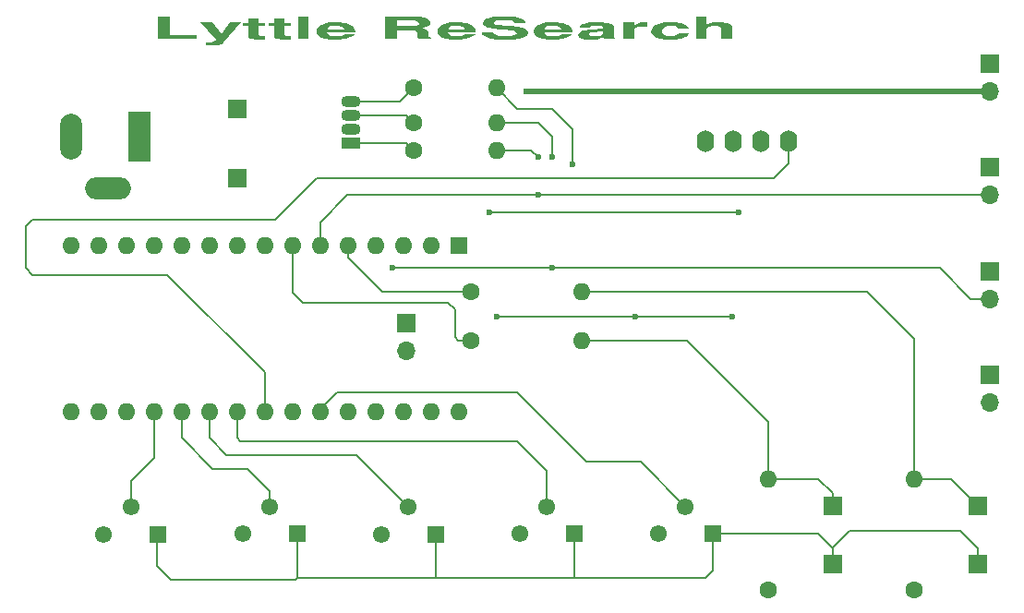
<source format=gbr>
%TF.GenerationSoftware,KiCad,Pcbnew,8.0.4-8.0.4-0~ubuntu22.04.1*%
%TF.CreationDate,2024-09-15T12:59:40-04:00*%
%TF.ProjectId,RonsEcono15,526f6e73-4563-46f6-9e6f-31352e6b6963,rev?*%
%TF.SameCoordinates,Original*%
%TF.FileFunction,Copper,L1,Top*%
%TF.FilePolarity,Positive*%
%FSLAX46Y46*%
G04 Gerber Fmt 4.6, Leading zero omitted, Abs format (unit mm)*
G04 Created by KiCad (PCBNEW 8.0.4-8.0.4-0~ubuntu22.04.1) date 2024-09-15 12:59:40*
%MOMM*%
%LPD*%
G01*
G04 APERTURE LIST*
%ADD10C,0.300000*%
%TA.AperFunction,NonConductor*%
%ADD11C,0.300000*%
%TD*%
%TA.AperFunction,ComponentPad*%
%ADD12R,1.700000X1.700000*%
%TD*%
%TA.AperFunction,ComponentPad*%
%ADD13O,1.700000X1.700000*%
%TD*%
%TA.AperFunction,ComponentPad*%
%ADD14C,1.600000*%
%TD*%
%TA.AperFunction,ComponentPad*%
%ADD15O,1.600000X1.600000*%
%TD*%
%TA.AperFunction,ComponentPad*%
%ADD16R,2.000000X4.600000*%
%TD*%
%TA.AperFunction,ComponentPad*%
%ADD17O,2.000000X4.200000*%
%TD*%
%TA.AperFunction,ComponentPad*%
%ADD18O,4.200000X2.000000*%
%TD*%
%TA.AperFunction,ComponentPad*%
%ADD19R,1.550000X1.550000*%
%TD*%
%TA.AperFunction,ComponentPad*%
%ADD20C,1.550000*%
%TD*%
%TA.AperFunction,ComponentPad*%
%ADD21O,1.600000X2.000000*%
%TD*%
%TA.AperFunction,ComponentPad*%
%ADD22R,1.600000X1.600000*%
%TD*%
%TA.AperFunction,ComponentPad*%
%ADD23R,1.800000X1.070000*%
%TD*%
%TA.AperFunction,ComponentPad*%
%ADD24O,1.800000X1.070000*%
%TD*%
%TA.AperFunction,ViaPad*%
%ADD25C,0.600000*%
%TD*%
%TA.AperFunction,Conductor*%
%ADD26C,0.200000*%
%TD*%
%TA.AperFunction,Conductor*%
%ADD27C,0.500000*%
%TD*%
G04 APERTURE END LIST*
D10*
D11*
G36*
X107033204Y-49033591D02*
G01*
X107033204Y-50733033D01*
X109487845Y-50733033D01*
X109487845Y-51084743D01*
X105978075Y-51084743D01*
X105978075Y-49033591D01*
X107033204Y-49033591D01*
G37*
G36*
X111231739Y-51158015D02*
G01*
X111231739Y-51146780D01*
X109818794Y-49565552D01*
X110902011Y-49565552D01*
X111738543Y-50670995D01*
X112526226Y-49565552D01*
X113539834Y-49565552D01*
X111977901Y-51363179D01*
X111949813Y-51401281D01*
X111903407Y-51449153D01*
X111847231Y-51497024D01*
X111766631Y-51547338D01*
X111654279Y-51592279D01*
X111495521Y-51637708D01*
X111295242Y-51669948D01*
X111053456Y-51692989D01*
X111035123Y-51693884D01*
X110787094Y-51700396D01*
X110711502Y-51700723D01*
X110467104Y-51694919D01*
X110359792Y-51689488D01*
X110359792Y-51394442D01*
X110606587Y-51410986D01*
X110619911Y-51411051D01*
X110872505Y-51390371D01*
X111055884Y-51337778D01*
X111193099Y-51250794D01*
X111231739Y-51158015D01*
G37*
G36*
X115753895Y-49596327D02*
G01*
X115753895Y-49858155D01*
X115205570Y-49858155D01*
X115205570Y-50685161D01*
X115229899Y-50784843D01*
X115267852Y-50819006D01*
X115504987Y-50851120D01*
X115529192Y-50851246D01*
X115753895Y-50842942D01*
X115753895Y-51118448D01*
X115509640Y-51140537D01*
X115265829Y-51148742D01*
X115184809Y-51149223D01*
X114906876Y-51140505D01*
X114635537Y-51107028D01*
X114432033Y-51048444D01*
X114296364Y-50964753D01*
X114228529Y-50855954D01*
X114220050Y-50792140D01*
X114220050Y-49858155D01*
X113735228Y-49858155D01*
X113735228Y-49596327D01*
X114220050Y-49596327D01*
X114220050Y-49188441D01*
X115205570Y-49188441D01*
X115205570Y-49596327D01*
X115753895Y-49596327D01*
G37*
G36*
X118118166Y-49596327D02*
G01*
X118118166Y-49858155D01*
X117569841Y-49858155D01*
X117569841Y-50685161D01*
X117594170Y-50784843D01*
X117632123Y-50819006D01*
X117869258Y-50851120D01*
X117893463Y-50851246D01*
X118118166Y-50842942D01*
X118118166Y-51118448D01*
X117873911Y-51140537D01*
X117630100Y-51148742D01*
X117549080Y-51149223D01*
X117271147Y-51140505D01*
X116999808Y-51107028D01*
X116796304Y-51048444D01*
X116660635Y-50964753D01*
X116592800Y-50855954D01*
X116584321Y-50792140D01*
X116584321Y-49858155D01*
X116099499Y-49858155D01*
X116099499Y-49596327D01*
X116584321Y-49596327D01*
X116584321Y-49188441D01*
X117569841Y-49188441D01*
X117569841Y-49596327D01*
X118118166Y-49596327D01*
G37*
G36*
X119758257Y-49033591D02*
G01*
X119758257Y-51084743D01*
X118772737Y-51084743D01*
X118772737Y-49033591D01*
X119758257Y-49033591D01*
G37*
G36*
X122503837Y-49546492D02*
G01*
X122724586Y-49562621D01*
X122959365Y-49594251D01*
X123184460Y-49640540D01*
X123199638Y-49644198D01*
X123399894Y-49702088D01*
X123575372Y-49772319D01*
X123620957Y-49794652D01*
X123755731Y-49878707D01*
X123860460Y-49973755D01*
X123912828Y-50036941D01*
X123972720Y-50135220D01*
X124010429Y-50241990D01*
X124025402Y-50345344D01*
X124026400Y-50381323D01*
X124019073Y-50448734D01*
X121472841Y-50448734D01*
X121491064Y-50548683D01*
X121510699Y-50599676D01*
X121585804Y-50692824D01*
X121623051Y-50723263D01*
X121788373Y-50798185D01*
X121862409Y-50816075D01*
X122105490Y-50844506D01*
X122260525Y-50848315D01*
X122518659Y-50836348D01*
X122753225Y-50794273D01*
X122928672Y-50721904D01*
X123012793Y-50656829D01*
X123983658Y-50656829D01*
X123897939Y-50750979D01*
X123762766Y-50847875D01*
X123587903Y-50933352D01*
X123402341Y-50998779D01*
X123343742Y-51015866D01*
X123126590Y-51067828D01*
X122894010Y-51107028D01*
X122646004Y-51133465D01*
X122382570Y-51147139D01*
X122225109Y-51149223D01*
X121980849Y-51144106D01*
X121709854Y-51124460D01*
X121462987Y-51090079D01*
X121240249Y-51040963D01*
X121041640Y-50977113D01*
X120951383Y-50939662D01*
X120793675Y-50855582D01*
X120668596Y-50760510D01*
X120576146Y-50654448D01*
X120524030Y-50557666D01*
X120494573Y-50453253D01*
X120487322Y-50364226D01*
X120498830Y-50248647D01*
X120518469Y-50187394D01*
X121486275Y-50187394D01*
X122999359Y-50187394D01*
X122956252Y-50082215D01*
X122866435Y-49988014D01*
X122769771Y-49931428D01*
X122571953Y-49869652D01*
X122336359Y-49843264D01*
X122232437Y-49841058D01*
X121975506Y-49857631D01*
X121746128Y-49917157D01*
X121601646Y-50004756D01*
X121519572Y-50106222D01*
X121486275Y-50187394D01*
X120518469Y-50187394D01*
X120533356Y-50140963D01*
X120590898Y-50041174D01*
X120690332Y-49931849D01*
X120822910Y-49833892D01*
X120958710Y-49760946D01*
X121147588Y-49685910D01*
X121360681Y-49626399D01*
X121597987Y-49582412D01*
X121859508Y-49553950D01*
X122145244Y-49541013D01*
X122245870Y-49540151D01*
X122503837Y-49546492D01*
G37*
G36*
X129800824Y-49039940D02*
G01*
X130052871Y-49061350D01*
X130221620Y-49087324D01*
X130443714Y-49140459D01*
X130622013Y-49211914D01*
X130650266Y-49228008D01*
X130774220Y-49315447D01*
X130857873Y-49403863D01*
X130907423Y-49499873D01*
X130921376Y-49588022D01*
X130900237Y-49698266D01*
X130836821Y-49796964D01*
X130704916Y-49900165D01*
X130512131Y-49986741D01*
X130304972Y-50046189D01*
X130055535Y-50094094D01*
X130285658Y-50133844D01*
X130337636Y-50143919D01*
X130523260Y-50204491D01*
X130650266Y-50280207D01*
X130703847Y-50377077D01*
X130713770Y-50403793D01*
X130741376Y-50504137D01*
X130751627Y-50581114D01*
X130758497Y-50681549D01*
X130763992Y-50788482D01*
X130766282Y-50840011D01*
X130815923Y-50935917D01*
X130992206Y-51008539D01*
X130992206Y-51084743D01*
X129858920Y-51084743D01*
X129759093Y-50991096D01*
X129729471Y-50944059D01*
X129703797Y-50844110D01*
X129697750Y-50741934D01*
X129697719Y-50733033D01*
X129700605Y-50634151D01*
X129703825Y-50600653D01*
X129711153Y-50516145D01*
X129681467Y-50416956D01*
X129556059Y-50329544D01*
X129338802Y-50284186D01*
X129079141Y-50271471D01*
X129057803Y-50271414D01*
X127847580Y-50271414D01*
X127847580Y-51084743D01*
X126792451Y-51084743D01*
X126792451Y-49919704D01*
X127847580Y-49919704D01*
X129120085Y-49919704D01*
X129373907Y-49912217D01*
X129616802Y-49881798D01*
X129679401Y-49866459D01*
X129819535Y-49784760D01*
X129863327Y-49686780D01*
X129866247Y-49647129D01*
X129840487Y-49543700D01*
X129725998Y-49452170D01*
X129683065Y-49437569D01*
X129450729Y-49398368D01*
X129189569Y-49385760D01*
X129120085Y-49385301D01*
X127847580Y-49385301D01*
X127847580Y-49919704D01*
X126792451Y-49919704D01*
X126792451Y-49033591D01*
X129542625Y-49033591D01*
X129800824Y-49039940D01*
G37*
G36*
X133577808Y-49546492D02*
G01*
X133798557Y-49562621D01*
X134033335Y-49594251D01*
X134258431Y-49640540D01*
X134273609Y-49644198D01*
X134473864Y-49702088D01*
X134649342Y-49772319D01*
X134694928Y-49794652D01*
X134829702Y-49878707D01*
X134934430Y-49973755D01*
X134986798Y-50036941D01*
X135046690Y-50135220D01*
X135084400Y-50241990D01*
X135099373Y-50345344D01*
X135100371Y-50381323D01*
X135093044Y-50448734D01*
X132546812Y-50448734D01*
X132565035Y-50548683D01*
X132584670Y-50599676D01*
X132659774Y-50692824D01*
X132697022Y-50723263D01*
X132862343Y-50798185D01*
X132936380Y-50816075D01*
X133179461Y-50844506D01*
X133334495Y-50848315D01*
X133592630Y-50836348D01*
X133827196Y-50794273D01*
X134002643Y-50721904D01*
X134086763Y-50656829D01*
X135057629Y-50656829D01*
X134971910Y-50750979D01*
X134836737Y-50847875D01*
X134661874Y-50933352D01*
X134476312Y-50998779D01*
X134417712Y-51015866D01*
X134200560Y-51067828D01*
X133967981Y-51107028D01*
X133719974Y-51133465D01*
X133456540Y-51147139D01*
X133299080Y-51149223D01*
X133054819Y-51144106D01*
X132783824Y-51124460D01*
X132536958Y-51090079D01*
X132314220Y-51040963D01*
X132115610Y-50977113D01*
X132025354Y-50939662D01*
X131867645Y-50855582D01*
X131742566Y-50760510D01*
X131650117Y-50654448D01*
X131598000Y-50557666D01*
X131568543Y-50453253D01*
X131561292Y-50364226D01*
X131572801Y-50248647D01*
X131592440Y-50187394D01*
X132560246Y-50187394D01*
X134073330Y-50187394D01*
X134030223Y-50082215D01*
X133940406Y-49988014D01*
X133843742Y-49931428D01*
X133645924Y-49869652D01*
X133410330Y-49843264D01*
X133306407Y-49841058D01*
X133049477Y-49857631D01*
X132820098Y-49917157D01*
X132675617Y-50004756D01*
X132593543Y-50106222D01*
X132560246Y-50187394D01*
X131592440Y-50187394D01*
X131607326Y-50140963D01*
X131664869Y-50041174D01*
X131764302Y-49931849D01*
X131896881Y-49833892D01*
X132032681Y-49760946D01*
X132221559Y-49685910D01*
X132434651Y-49626399D01*
X132671958Y-49582412D01*
X132933479Y-49553950D01*
X133219215Y-49541013D01*
X133319841Y-49540151D01*
X133577808Y-49546492D01*
G37*
G36*
X139684809Y-49658364D02*
G01*
X138700511Y-49658364D01*
X138645570Y-49549296D01*
X138522881Y-49462794D01*
X138332443Y-49398858D01*
X138074257Y-49357488D01*
X137807349Y-49340250D01*
X137624621Y-49337429D01*
X137364114Y-49345568D01*
X137125347Y-49373011D01*
X136977377Y-49406306D01*
X136805573Y-49481074D01*
X136738954Y-49576236D01*
X136738019Y-49590465D01*
X136789005Y-49688773D01*
X136941962Y-49758015D01*
X137166921Y-49800936D01*
X137420609Y-49831867D01*
X137674049Y-49855307D01*
X137708885Y-49858155D01*
X138510001Y-49919704D01*
X138762921Y-49943667D01*
X139023592Y-49978482D01*
X139247214Y-50020683D01*
X139457415Y-50077958D01*
X139544370Y-50110214D01*
X139700808Y-50193805D01*
X139806048Y-50294552D01*
X139856614Y-50398508D01*
X139867992Y-50485371D01*
X139848457Y-50597633D01*
X139789853Y-50700312D01*
X139692180Y-50793408D01*
X139555437Y-50876922D01*
X139379625Y-50950854D01*
X139312339Y-50973368D01*
X139088642Y-51033131D01*
X138834291Y-51080529D01*
X138598915Y-51110583D01*
X138342251Y-51132049D01*
X138064300Y-51144929D01*
X137765061Y-51149223D01*
X137468171Y-51144965D01*
X137192688Y-51132192D01*
X136938612Y-51110905D01*
X136705943Y-51081102D01*
X136454998Y-51034098D01*
X136234879Y-50974833D01*
X136048019Y-50903993D01*
X135895935Y-50822265D01*
X135778627Y-50729650D01*
X135696095Y-50626146D01*
X135648339Y-50511755D01*
X135640148Y-50471204D01*
X136667189Y-50471204D01*
X136710862Y-50567327D01*
X136819234Y-50655321D01*
X136990811Y-50724729D01*
X137222274Y-50774233D01*
X137481782Y-50801405D01*
X137755310Y-50811339D01*
X137821236Y-50811679D01*
X138074575Y-50805922D01*
X138318675Y-50786020D01*
X138559645Y-50743373D01*
X138577168Y-50738895D01*
X138757445Y-50670089D01*
X138848807Y-50575254D01*
X138855605Y-50536173D01*
X138813764Y-50438453D01*
X138663478Y-50353334D01*
X138637008Y-50344687D01*
X138409196Y-50294511D01*
X138164286Y-50262167D01*
X137924737Y-50240208D01*
X137892067Y-50237708D01*
X137173993Y-50181532D01*
X136897159Y-50156997D01*
X136651924Y-50127723D01*
X136405754Y-50087578D01*
X136177081Y-50033799D01*
X136062688Y-49995908D01*
X135902708Y-49915816D01*
X135795085Y-49817872D01*
X135743374Y-49715824D01*
X135731739Y-49630032D01*
X135749642Y-49521983D01*
X135803352Y-49423517D01*
X135911268Y-49320751D01*
X136067921Y-49231029D01*
X136240985Y-49164505D01*
X136446879Y-49108560D01*
X136681710Y-49064190D01*
X136945478Y-49031395D01*
X137187389Y-49012907D01*
X137449396Y-49002458D01*
X137673470Y-48999886D01*
X137920175Y-49002998D01*
X138174455Y-49013180D01*
X138190043Y-49014052D01*
X138431454Y-49033529D01*
X138668875Y-49063716D01*
X138721271Y-49071693D01*
X138953149Y-49114596D01*
X139168388Y-49171354D01*
X139207315Y-49184045D01*
X139383753Y-49260423D01*
X139512790Y-49345718D01*
X139548033Y-49375531D01*
X139631381Y-49472549D01*
X139673990Y-49571016D01*
X139684809Y-49658364D01*
G37*
G36*
X142419399Y-49546492D02*
G01*
X142640148Y-49562621D01*
X142874926Y-49594251D01*
X143100022Y-49640540D01*
X143115200Y-49644198D01*
X143315455Y-49702088D01*
X143490933Y-49772319D01*
X143536519Y-49794652D01*
X143671293Y-49878707D01*
X143776021Y-49973755D01*
X143828389Y-50036941D01*
X143888281Y-50135220D01*
X143925991Y-50241990D01*
X143940964Y-50345344D01*
X143941962Y-50381323D01*
X143934635Y-50448734D01*
X141388403Y-50448734D01*
X141406626Y-50548683D01*
X141426261Y-50599676D01*
X141501366Y-50692824D01*
X141538613Y-50723263D01*
X141703934Y-50798185D01*
X141777971Y-50816075D01*
X142021052Y-50844506D01*
X142176086Y-50848315D01*
X142434221Y-50836348D01*
X142668787Y-50794273D01*
X142844234Y-50721904D01*
X142928354Y-50656829D01*
X143899220Y-50656829D01*
X143813501Y-50750979D01*
X143678328Y-50847875D01*
X143503465Y-50933352D01*
X143317903Y-50998779D01*
X143259303Y-51015866D01*
X143042152Y-51067828D01*
X142809572Y-51107028D01*
X142561566Y-51133465D01*
X142298132Y-51147139D01*
X142140671Y-51149223D01*
X141896410Y-51144106D01*
X141625415Y-51124460D01*
X141378549Y-51090079D01*
X141155811Y-51040963D01*
X140957201Y-50977113D01*
X140866945Y-50939662D01*
X140709236Y-50855582D01*
X140584157Y-50760510D01*
X140491708Y-50654448D01*
X140439591Y-50557666D01*
X140410134Y-50453253D01*
X140402883Y-50364226D01*
X140414392Y-50248647D01*
X140434031Y-50187394D01*
X141401837Y-50187394D01*
X142914921Y-50187394D01*
X142871814Y-50082215D01*
X142781997Y-49988014D01*
X142685333Y-49931428D01*
X142487515Y-49869652D01*
X142251921Y-49843264D01*
X142147999Y-49841058D01*
X141891068Y-49857631D01*
X141661689Y-49917157D01*
X141517208Y-50004756D01*
X141435134Y-50106222D01*
X141401837Y-50187394D01*
X140434031Y-50187394D01*
X140448917Y-50140963D01*
X140506460Y-50041174D01*
X140605894Y-49931849D01*
X140738472Y-49833892D01*
X140874272Y-49760946D01*
X141063150Y-49685910D01*
X141276242Y-49626399D01*
X141513549Y-49582412D01*
X141775070Y-49553950D01*
X142060806Y-49541013D01*
X142161432Y-49540151D01*
X142419399Y-49546492D01*
G37*
G36*
X146469264Y-49544255D02*
G01*
X146719762Y-49556568D01*
X147011250Y-49585755D01*
X147254158Y-49629536D01*
X147489474Y-49704784D01*
X147648882Y-49802834D01*
X147721754Y-49897692D01*
X147746045Y-50007143D01*
X147746045Y-50851246D01*
X147802220Y-50949676D01*
X147956923Y-51031750D01*
X147970748Y-51036871D01*
X147970748Y-51084743D01*
X146902186Y-51084743D01*
X146803110Y-50993971D01*
X146789834Y-50932823D01*
X146590380Y-51006365D01*
X146383112Y-51064692D01*
X146131424Y-51113508D01*
X145869100Y-51141615D01*
X145635786Y-51149223D01*
X145388338Y-51141407D01*
X145140248Y-51113930D01*
X144924229Y-51066669D01*
X144798033Y-51024170D01*
X144645137Y-50947453D01*
X144542280Y-50857984D01*
X144489461Y-50755764D01*
X144481739Y-50693465D01*
X144492168Y-50648525D01*
X145467259Y-50648525D01*
X145529319Y-50744295D01*
X145611362Y-50782370D01*
X145831562Y-50824769D01*
X146002151Y-50831707D01*
X146257804Y-50818655D01*
X146481274Y-50775059D01*
X146578564Y-50738895D01*
X146710609Y-50650189D01*
X146769760Y-50554980D01*
X146782507Y-50474135D01*
X146782507Y-50367157D01*
X146543082Y-50399234D01*
X146367294Y-50415029D01*
X146030239Y-50440430D01*
X145793886Y-50466957D01*
X145593044Y-50513703D01*
X145477209Y-50602706D01*
X145467259Y-50648525D01*
X144492168Y-50648525D01*
X144509049Y-50575788D01*
X144590980Y-50474019D01*
X144727532Y-50388160D01*
X144918705Y-50318209D01*
X145164498Y-50264168D01*
X145400459Y-50232390D01*
X145600371Y-50215238D01*
X145994823Y-50187394D01*
X146135263Y-50180555D01*
X146296463Y-50168832D01*
X146433239Y-50156131D01*
X146577343Y-50136592D01*
X146679925Y-50107283D01*
X146760525Y-50064784D01*
X146782507Y-50010074D01*
X146702307Y-49917498D01*
X146487885Y-49870172D01*
X146212199Y-49858155D01*
X145951396Y-49865572D01*
X145718609Y-49897654D01*
X145699289Y-49903096D01*
X145558468Y-49987894D01*
X145516107Y-50066250D01*
X144567224Y-50066250D01*
X144612371Y-49942945D01*
X144702626Y-49836081D01*
X144837990Y-49745658D01*
X145018463Y-49671676D01*
X145244044Y-49614133D01*
X145514733Y-49573032D01*
X145830532Y-49548371D01*
X146096983Y-49540665D01*
X146191439Y-49540151D01*
X146469264Y-49544255D01*
G37*
G36*
X148619213Y-49565552D02*
G01*
X149604733Y-49565552D01*
X149604733Y-49863528D01*
X149713950Y-49773664D01*
X149862465Y-49690792D01*
X150040706Y-49624659D01*
X150259437Y-49573162D01*
X150494311Y-49545432D01*
X150659862Y-49540151D01*
X150779541Y-49543082D01*
X150779541Y-49942174D01*
X150530110Y-49931477D01*
X150469352Y-49930939D01*
X150220268Y-49939395D01*
X149977093Y-49971864D01*
X149770226Y-50040522D01*
X149646106Y-50142326D01*
X149605577Y-50255968D01*
X149604733Y-50277276D01*
X149604733Y-51084743D01*
X148619213Y-51084743D01*
X148619213Y-49565552D01*
G37*
G36*
X152970399Y-49858155D02*
G01*
X152698145Y-49875655D01*
X152482219Y-49928153D01*
X152322621Y-50015651D01*
X152232652Y-50115302D01*
X152188841Y-50212522D01*
X152170065Y-50325298D01*
X152169283Y-50355922D01*
X152182640Y-50461099D01*
X152229598Y-50565191D01*
X152321427Y-50663174D01*
X152382995Y-50705189D01*
X152549377Y-50777220D01*
X152773346Y-50821699D01*
X152970399Y-50831707D01*
X153213563Y-50817754D01*
X153421027Y-50768204D01*
X153565436Y-50684062D01*
X153656241Y-50585304D01*
X153673818Y-50558643D01*
X154616596Y-50558643D01*
X154577226Y-50657024D01*
X154497760Y-50761643D01*
X154382180Y-50855322D01*
X154230486Y-50938062D01*
X154100022Y-50990465D01*
X153892905Y-51052325D01*
X153662646Y-51098991D01*
X153409247Y-51130463D01*
X153132706Y-51146742D01*
X152964293Y-51149223D01*
X152709418Y-51144142D01*
X152427890Y-51124633D01*
X152172895Y-51090493D01*
X151944432Y-51041720D01*
X151742503Y-50978317D01*
X151651488Y-50941128D01*
X151492534Y-50857150D01*
X151366468Y-50761289D01*
X151273288Y-50653543D01*
X151220760Y-50554677D01*
X151191071Y-50447559D01*
X151183763Y-50355922D01*
X151195271Y-50238833D01*
X151229797Y-50130283D01*
X151287339Y-50030273D01*
X151386773Y-49921531D01*
X151519351Y-49825086D01*
X151655151Y-49754107D01*
X151845274Y-49681396D01*
X152062102Y-49623728D01*
X152305634Y-49581103D01*
X152575871Y-49553523D01*
X152821467Y-49542031D01*
X152977726Y-49540151D01*
X153234725Y-49545698D01*
X153510464Y-49566191D01*
X153760258Y-49601784D01*
X153984105Y-49652477D01*
X154128110Y-49697932D01*
X154301752Y-49772544D01*
X154437993Y-49858750D01*
X154536835Y-49956550D01*
X154598278Y-50065945D01*
X154616596Y-50133661D01*
X153673818Y-50133661D01*
X153600145Y-50034010D01*
X153478590Y-49943449D01*
X153430797Y-49921658D01*
X153207587Y-49870310D01*
X152970399Y-49858155D01*
G37*
G36*
X157612234Y-50156131D02*
G01*
X157583308Y-50046497D01*
X157479409Y-49954173D01*
X157272203Y-49892349D01*
X157007733Y-49874763D01*
X156757984Y-49888711D01*
X156531850Y-49934926D01*
X156461851Y-49959271D01*
X156315758Y-50041818D01*
X156251477Y-50141568D01*
X156248138Y-50173228D01*
X156248138Y-51084743D01*
X155262618Y-51084743D01*
X155262618Y-49033591D01*
X156248138Y-49033591D01*
X156248138Y-49784882D01*
X156411485Y-49701712D01*
X156595612Y-49635749D01*
X156836689Y-49580541D01*
X157106051Y-49548755D01*
X157359443Y-49540151D01*
X157604506Y-49547724D01*
X157784426Y-49564087D01*
X158020694Y-49603360D01*
X158178878Y-49642733D01*
X158361142Y-49716441D01*
X158484181Y-49807352D01*
X158557715Y-49903103D01*
X158592320Y-50002938D01*
X158597754Y-50066250D01*
X158597754Y-51084743D01*
X157612234Y-51084743D01*
X157612234Y-50156131D01*
G37*
D12*
%TO.P,REF\u002A\u002A,1*%
%TO.N,Net-(J1-Pin_2)*%
X182250096Y-53324744D03*
D13*
%TO.N,Net-(J1-Pin_1)*%
X182250096Y-55864744D03*
%TD*%
D12*
%TO.P,,1*%
%TO.N,N/C*%
X181132824Y-93866593D03*
%TD*%
D14*
%TO.P,REF\u002A\u002A,1*%
%TO.N,Net-(J1-Pin_2)*%
X161930096Y-101589742D03*
D15*
%TO.P,REF\u002A\u002A,2*%
%TO.N,N/C*%
X161930096Y-91429742D03*
%TD*%
D12*
%TO.P,,45*%
%TO.N,N/C*%
X113204422Y-63815000D03*
%TD*%
D16*
%TO.P,DC12v, *%
%TO.N,Net-(J1-Pin_1)*%
X104280096Y-59999743D03*
D17*
%TO.N,Net-(J1-Pin_2)*%
X97980096Y-59999743D03*
D18*
%TO.N,N/C*%
X101380096Y-64799743D03*
%TD*%
D14*
%TO.P,REF\u002A\u002A,1*%
%TO.N,N/C*%
X134625096Y-74284743D03*
D15*
%TO.P,REF\u002A\u002A,2*%
X144785096Y-74284743D03*
%TD*%
D19*
%TO.P,REF\u002A\u002A, *%
%TO.N,unconnected-(U1-A6-Pad25)*%
X156810096Y-96464743D03*
D20*
%TO.N,N/C*%
X154310096Y-93964743D03*
%TO.N,Net-(J1-Pin_2)*%
X151810096Y-96464743D03*
%TD*%
D14*
%TO.P,REF\u002A\u002A,1*%
%TO.N,N/C*%
X129355000Y-58735000D03*
D15*
%TO.P,REF\u002A\u002A,2*%
X136975000Y-58735000D03*
%TD*%
D12*
%TO.P,,1*%
%TO.N,Net-(J1-Pin_2)*%
X182250096Y-53324744D03*
%TD*%
D21*
%TO.P,SSD1306,1*%
%TO.N,Net-(J1-Pin_2)*%
X156105096Y-60429743D03*
%TO.P,SSD1306,2*%
%TO.N,unconnected-(U1-A6-Pad25)*%
X158645096Y-60429743D03*
%TO.P,SSD1306,3*%
%TO.N,N/C*%
X161185096Y-60429743D03*
%TO.P,SSD1306,4*%
%TO.N,unconnected-(U1-A7-Pad26)*%
X163725096Y-60429743D03*
%TD*%
D22*
%TO.P,REF\u002A\u002A,1*%
%TO.N,N/C*%
X133536292Y-70060772D03*
D15*
%TO.P,REF\u002A\u002A,2*%
X130996292Y-70060772D03*
%TO.P,REF\u002A\u002A,3*%
X128456292Y-70060772D03*
%TO.P,REF\u002A\u002A,4*%
X125916292Y-70060772D03*
%TO.P,REF\u002A\u002A,5*%
X123376292Y-70060772D03*
%TO.P,REF\u002A\u002A,6*%
%TO.N,Net-(J2-Pin_1)*%
X120836292Y-70060772D03*
%TO.P,REF\u002A\u002A,7*%
%TO.N,unconnected-(U1-A3-Pad22)*%
X118296292Y-70060772D03*
%TO.P,REF\u002A\u002A,8*%
%TO.N,Net-(J2-Pin_2)*%
X115756292Y-70060772D03*
%TO.P,REF\u002A\u002A,9*%
%TO.N,Net-(J1-Pin_3)*%
X113216292Y-70060772D03*
%TO.P,REF\u002A\u002A,10*%
%TO.N,N/C*%
X110676292Y-70060772D03*
%TO.P,REF\u002A\u002A,11*%
X108136292Y-70060772D03*
%TO.P,REF\u002A\u002A,12*%
X105596292Y-70060772D03*
%TO.P,REF\u002A\u002A,13*%
X103056292Y-70060772D03*
%TO.P,REF\u002A\u002A,14*%
X100516292Y-70060772D03*
%TO.P,REF\u002A\u002A,15*%
X97976292Y-70060772D03*
%TO.P,REF\u002A\u002A,16*%
X97976292Y-85300772D03*
%TO.P,REF\u002A\u002A,17*%
X100516292Y-85300772D03*
%TO.P,REF\u002A\u002A,18*%
X103056292Y-85300772D03*
%TO.P,REF\u002A\u002A,19*%
X105596292Y-85300772D03*
%TO.P,REF\u002A\u002A,20*%
X108136292Y-85300772D03*
%TO.P,REF\u002A\u002A,21*%
X110676292Y-85300772D03*
%TO.P,REF\u002A\u002A,22*%
X113216292Y-85300772D03*
%TO.P,REF\u002A\u002A,23*%
%TO.N,unconnected-(U1-A7-Pad26)*%
X115756292Y-85300772D03*
%TO.P,REF\u002A\u002A,24*%
%TO.N,N/C*%
X118296292Y-85300772D03*
%TO.P,REF\u002A\u002A,25*%
X120836292Y-85300772D03*
%TO.P,REF\u002A\u002A,26*%
X123376292Y-85300772D03*
%TO.P,REF\u002A\u002A,27*%
X125916292Y-85300772D03*
%TO.P,REF\u002A\u002A,28*%
X128456292Y-85300772D03*
%TO.P,REF\u002A\u002A,29*%
%TO.N,Net-(J1-Pin_2)*%
X130996292Y-85300772D03*
%TO.P,REF\u002A\u002A,30*%
%TO.N,Net-(J1-Pin_1)*%
X133536292Y-85300772D03*
%TD*%
D19*
%TO.P,REF\u002A\u002A, *%
%TO.N,unconnected-(U1-A6-Pad25)*%
X105970096Y-96509743D03*
D20*
%TO.N,N/C*%
X103470096Y-94009743D03*
%TO.N,Net-(J1-Pin_2)*%
X100970096Y-96509743D03*
%TD*%
D12*
%TO.P,,1*%
%TO.N,unconnected-(U1-A6-Pad25)*%
X167820096Y-99224743D03*
%TD*%
%TO.P,REF\u002A\u002A,1*%
%TO.N,Net-(J1-Pin_1)*%
X128720000Y-77150000D03*
D13*
%TO.P,REF\u002A\u002A,2*%
%TO.N,Net-(J1-Pin_2)*%
X128720000Y-79690000D03*
%TD*%
D14*
%TO.P,REF\u002A\u002A,1*%
%TO.N,N/C*%
X129355000Y-61275000D03*
D15*
%TO.P,REF\u002A\u002A,2*%
%TO.N,Net-(J2-Pin_1)*%
X136975000Y-61275000D03*
%TD*%
D12*
%TO.P,,1*%
%TO.N,Net-(J1-Pin_2)*%
X113204422Y-57465000D03*
%TD*%
%TO.P,,1*%
%TO.N,Net-(J1-Pin_2)*%
X182250096Y-72379743D03*
%TD*%
%TO.P,REF\u002A\u002A,1*%
%TO.N,Net-(J1-Pin_2)*%
X182250096Y-72379743D03*
D13*
%TO.P,REF\u002A\u002A,2*%
%TO.N,Net-(J2-Pin_2)*%
X182250096Y-74919743D03*
%TD*%
D23*
%TO.P,REF\u002A\u002A,1*%
%TO.N,N/C*%
X123640000Y-60635000D03*
D24*
%TO.P,REF\u002A\u002A,2*%
%TO.N,Net-(J1-Pin_2)*%
X123640000Y-59364999D03*
%TO.P,REF\u002A\u002A,3*%
%TO.N,N/C*%
X123640000Y-58095000D03*
%TO.P,REF\u002A\u002A,4*%
X123640000Y-56825000D03*
%TD*%
D12*
%TO.P,REF\u002A\u002A,1*%
%TO.N,Net-(J1-Pin_2)*%
X182250096Y-62849743D03*
D13*
%TO.P,REF\u002A\u002A,2*%
%TO.N,Net-(J2-Pin_1)*%
X182250096Y-65389743D03*
%TD*%
D12*
%TO.P,,1*%
%TO.N,unconnected-(U1-A6-Pad25)*%
X181155096Y-99224743D03*
%TD*%
%TO.P,,1*%
%TO.N,N/C*%
X167797824Y-93866593D03*
%TD*%
D19*
%TO.P,REF\u002A\u002A, *%
%TO.N,unconnected-(U1-A6-Pad25)*%
X118710096Y-96464743D03*
D20*
%TO.N,N/C*%
X116210096Y-93964743D03*
%TO.N,Net-(J1-Pin_2)*%
X113710096Y-96464743D03*
%TD*%
D12*
%TO.P,REF\u002A\u002A,1*%
%TO.N,Net-(J1-Pin_2)*%
X182250096Y-81904743D03*
D13*
%TO.P,REF\u002A\u002A,2*%
%TO.N,Net-(J1-Pin_3)*%
X182250096Y-84444743D03*
%TD*%
D14*
%TO.P,REF\u002A\u002A,1*%
%TO.N,Net-(J1-Pin_2)*%
X175265096Y-101589742D03*
D15*
%TO.P,REF\u002A\u002A,2*%
%TO.N,N/C*%
X175265096Y-91429742D03*
%TD*%
D14*
%TO.P,REF\u002A\u002A,1*%
%TO.N,N/C*%
X129355000Y-55560000D03*
D15*
%TO.P,REF\u002A\u002A,2*%
%TO.N,Net-(J1-Pin_3)*%
X136975000Y-55560000D03*
%TD*%
D19*
%TO.P,REF\u002A\u002A, *%
%TO.N,unconnected-(U1-A6-Pad25)*%
X131410096Y-96509743D03*
D20*
%TO.N,N/C*%
X128910096Y-94009743D03*
%TO.N,Net-(J1-Pin_2)*%
X126410096Y-96509743D03*
%TD*%
D12*
%TO.P,,1*%
%TO.N,Net-(J1-Pin_2)*%
X182250096Y-81904743D03*
%TD*%
%TO.P,,1*%
%TO.N,Net-(J1-Pin_2)*%
X182250096Y-62849743D03*
%TD*%
D14*
%TO.P,REF\u002A\u002A,1*%
%TO.N,unconnected-(U1-A3-Pad22)*%
X134625096Y-78729743D03*
D15*
%TO.P,REF\u002A\u002A,2*%
%TO.N,N/C*%
X144785096Y-78729743D03*
%TD*%
D19*
%TO.P,REF\u002A\u002A, *%
%TO.N,unconnected-(U1-A6-Pad25)*%
X144110096Y-96464743D03*
D20*
%TO.N,N/C*%
X141610096Y-93964743D03*
%TO.N,Net-(J1-Pin_2)*%
X139110096Y-96464743D03*
%TD*%
D25*
%TO.N,*%
X159200000Y-66990000D03*
X136340000Y-66990000D03*
%TO.N,Net-(J1-Pin_3)*%
X158565000Y-76515000D03*
X143960000Y-62545000D03*
X136975000Y-76515000D03*
X149675000Y-76515000D03*
%TO.N,Net-(J1-Pin_1)*%
X139705096Y-55869743D03*
%TO.N,Net-(J2-Pin_2)*%
X127450000Y-72070000D03*
X142055000Y-61910000D03*
X142055000Y-72070000D03*
%TO.N,Net-(J2-Pin_1)*%
X140785000Y-61910000D03*
X140785000Y-65389743D03*
%TD*%
D26*
%TO.N,*%
X128715000Y-58095000D02*
X129355000Y-58735000D01*
X103470096Y-91604904D02*
X103470096Y-94009743D01*
X128715000Y-60635000D02*
X129355000Y-61275000D01*
X116210096Y-92580096D02*
X116210096Y-93964743D01*
X145230000Y-89850000D02*
X138880000Y-83500000D01*
X108136292Y-85300772D02*
X108136292Y-87681292D01*
X144785096Y-78729743D02*
X154429743Y-78729743D01*
X122370000Y-83500000D02*
X120836292Y-85033708D01*
X123640000Y-56825000D02*
X128090000Y-56825000D01*
X154429743Y-78729743D02*
X161930096Y-86230096D01*
X123376292Y-70060772D02*
X123376292Y-71171292D01*
X128090000Y-56825000D02*
X129355000Y-55560000D01*
X126489743Y-74284743D02*
X134625096Y-74284743D01*
X124115353Y-89215000D02*
X128910096Y-94009743D01*
X113216292Y-87681292D02*
X113480000Y-87945000D01*
X108136292Y-87681292D02*
X110940000Y-90485000D01*
X110676292Y-87681292D02*
X112210000Y-89215000D01*
X167797824Y-92732824D02*
X167797824Y-93866593D01*
X120836292Y-85033708D02*
X120836292Y-85300772D01*
X110940000Y-90485000D02*
X114115000Y-90485000D01*
X113580096Y-85664576D02*
X113216292Y-85300772D01*
X166494742Y-91429742D02*
X167797824Y-92732824D01*
X113216292Y-85300772D02*
X113216292Y-87681292D01*
X123376292Y-71171292D02*
X126489743Y-74284743D01*
X123640000Y-58095000D02*
X128715000Y-58095000D01*
X123640000Y-60635000D02*
X128715000Y-60635000D01*
X138880000Y-83500000D02*
X122370000Y-83500000D01*
X138880000Y-87945000D02*
X141610096Y-90675096D01*
X110676292Y-85300772D02*
X110676292Y-87681292D01*
X161930096Y-86230096D02*
X161930096Y-91429742D01*
X154310096Y-93964743D02*
X150195353Y-89850000D01*
X114115000Y-90485000D02*
X116210096Y-92580096D01*
X112210000Y-89215000D02*
X124115353Y-89215000D01*
X113480000Y-87945000D02*
X138880000Y-87945000D01*
X141610096Y-90675096D02*
X141610096Y-93964743D01*
X105596292Y-85300772D02*
X105596292Y-89478708D01*
X150195353Y-89850000D02*
X145230000Y-89850000D01*
X167440974Y-93509743D02*
X167797824Y-93866593D01*
X136340000Y-66990000D02*
X159200000Y-66990000D01*
X105596292Y-89478708D02*
X103470096Y-91604904D01*
X161930096Y-91429742D02*
X166494742Y-91429742D01*
%TO.N,Net-(J1-Pin_3)*%
X138880000Y-57465000D02*
X142055000Y-57465000D01*
X143960000Y-59370000D02*
X143960000Y-62545000D01*
X149675000Y-76515000D02*
X158565000Y-76515000D01*
X136975000Y-55560000D02*
X138880000Y-57465000D01*
X142055000Y-57465000D02*
X143960000Y-59370000D01*
X140785000Y-76515000D02*
X149675000Y-76515000D01*
X136975000Y-76515000D02*
X140785000Y-76515000D01*
D27*
%TO.N,Net-(J1-Pin_1)*%
X139705096Y-55869743D02*
X140340096Y-55869743D01*
X140345095Y-55864744D02*
X182250096Y-55864744D01*
X140340096Y-55869743D02*
X140345095Y-55864744D01*
D26*
%TO.N,Net-(J2-Pin_2)*%
X177615000Y-72070000D02*
X142055000Y-72070000D01*
X140785000Y-58735000D02*
X142055000Y-60005000D01*
X142055000Y-60005000D02*
X142055000Y-61910000D01*
X142055000Y-72070000D02*
X127450000Y-72070000D01*
X182250096Y-74919743D02*
X180464743Y-74919743D01*
X136975000Y-58735000D02*
X140785000Y-58735000D01*
X180464743Y-74919743D02*
X177615000Y-72070000D01*
%TO.N,Net-(J2-Pin_1)*%
X140150000Y-61275000D02*
X140785000Y-61910000D01*
X136975000Y-61275000D02*
X140150000Y-61275000D01*
X120836292Y-70060772D02*
X120836292Y-67888708D01*
X120836292Y-67888708D02*
X123335257Y-65389743D01*
X143960000Y-65389743D02*
X140785000Y-65389743D01*
X182250096Y-65389743D02*
X143960000Y-65389743D01*
X123335257Y-65389743D02*
X140785000Y-65389743D01*
%TO.N,unconnected-(U1-A2-Pad21)*%
X175265096Y-78610096D02*
X175265096Y-91429742D01*
X178695973Y-91429742D02*
X181132824Y-93866593D01*
X144785096Y-74284743D02*
X170939743Y-74284743D01*
X175265096Y-91429742D02*
X178695973Y-91429742D01*
X170939743Y-74284743D02*
X175265096Y-78610096D01*
%TO.N,unconnected-(U1-A7-Pad26)*%
X120465000Y-63815000D02*
X162375000Y-63815000D01*
X163725096Y-62464904D02*
X163725096Y-60429743D01*
X93795000Y-68260000D02*
X94430000Y-67625000D01*
X106812500Y-72705000D02*
X94430000Y-72705000D01*
X94430000Y-72705000D02*
X93795000Y-72070000D01*
X93795000Y-72070000D02*
X93795000Y-68260000D01*
X162375000Y-63815000D02*
X163725096Y-62464904D01*
X94430000Y-67625000D02*
X116655000Y-67625000D01*
X115756292Y-85300772D02*
X115756292Y-81648792D01*
X116655000Y-67625000D02*
X120465000Y-63815000D01*
X115756292Y-81648792D02*
X106812500Y-72705000D01*
%TO.N,unconnected-(U1-A3-Pad22)*%
X133165000Y-75880000D02*
X132530000Y-75245000D01*
X118296292Y-74346292D02*
X118296292Y-70060772D01*
X132530000Y-75245000D02*
X119195000Y-75245000D01*
X119195000Y-75245000D02*
X118296292Y-74346292D01*
X133165000Y-78420000D02*
X133165000Y-75880000D01*
X134625096Y-78729743D02*
X133474743Y-78729743D01*
X133474743Y-78729743D02*
X133165000Y-78420000D01*
%TO.N,unconnected-(U1-A6-Pad25)*%
X166449743Y-96464743D02*
X167820096Y-97835096D01*
X144110096Y-100494904D02*
X156175096Y-100494904D01*
X181155096Y-97835096D02*
X181155096Y-99224743D01*
X167820096Y-97739904D02*
X169360000Y-96200000D01*
X105860000Y-99375000D02*
X105860000Y-96619839D01*
X156810096Y-96464743D02*
X166449743Y-96464743D01*
X107130000Y-100645000D02*
X105860000Y-99375000D01*
X118710096Y-96464743D02*
X118710096Y-100494904D01*
X179520000Y-96200000D02*
X181155096Y-97835096D01*
X118710096Y-100494904D02*
X118560000Y-100645000D01*
X118710096Y-100494904D02*
X131410096Y-100494904D01*
X131410096Y-100494904D02*
X131410096Y-96509743D01*
X118560000Y-100645000D02*
X107130000Y-100645000D01*
X167820096Y-97835096D02*
X167820096Y-99224743D01*
X105860000Y-96619839D02*
X105970096Y-96509743D01*
X144110096Y-100494904D02*
X144110096Y-96464743D01*
X131410096Y-100494904D02*
X144110096Y-100494904D01*
X156810096Y-99859904D02*
X156810096Y-96464743D01*
X156175096Y-100494904D02*
X156810096Y-99859904D01*
X167820096Y-97835096D02*
X167820096Y-97739904D01*
X169360000Y-96200000D02*
X179520000Y-96200000D01*
%TD*%
M02*

</source>
